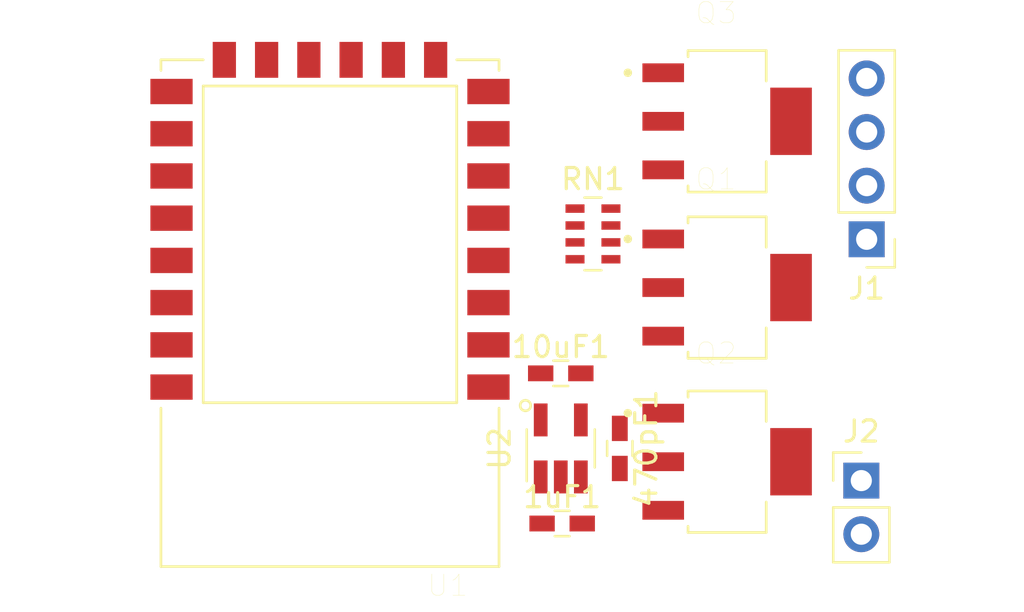
<source format=kicad_pcb>
(kicad_pcb (version 20171130) (host pcbnew "(5.1.7)-1")

  (general
    (thickness 1.6)
    (drawings 0)
    (tracks 0)
    (zones 0)
    (modules 11)
    (nets 36)
  )

  (page A4)
  (layers
    (0 F.Cu signal)
    (31 B.Cu signal)
    (32 B.Adhes user)
    (33 F.Adhes user)
    (34 B.Paste user)
    (35 F.Paste user)
    (36 B.SilkS user)
    (37 F.SilkS user)
    (38 B.Mask user)
    (39 F.Mask user)
    (40 Dwgs.User user)
    (41 Cmts.User user)
    (42 Eco1.User user)
    (43 Eco2.User user)
    (44 Edge.Cuts user)
    (45 Margin user)
    (46 B.CrtYd user)
    (47 F.CrtYd user)
    (48 B.Fab user)
    (49 F.Fab user)
  )

  (setup
    (last_trace_width 0.25)
    (trace_clearance 0.2)
    (zone_clearance 0.508)
    (zone_45_only no)
    (trace_min 0.2)
    (via_size 0.8)
    (via_drill 0.4)
    (via_min_size 0.4)
    (via_min_drill 0.3)
    (uvia_size 0.3)
    (uvia_drill 0.1)
    (uvias_allowed no)
    (uvia_min_size 0.2)
    (uvia_min_drill 0.1)
    (edge_width 0.05)
    (segment_width 0.2)
    (pcb_text_width 0.3)
    (pcb_text_size 1.5 1.5)
    (mod_edge_width 0.12)
    (mod_text_size 1 1)
    (mod_text_width 0.15)
    (pad_size 1.524 1.524)
    (pad_drill 0.762)
    (pad_to_mask_clearance 0)
    (aux_axis_origin 0 0)
    (visible_elements 7FFFFFFF)
    (pcbplotparams
      (layerselection 0x010fc_ffffffff)
      (usegerberextensions false)
      (usegerberattributes true)
      (usegerberadvancedattributes true)
      (creategerberjobfile true)
      (excludeedgelayer true)
      (linewidth 0.100000)
      (plotframeref false)
      (viasonmask false)
      (mode 1)
      (useauxorigin false)
      (hpglpennumber 1)
      (hpglpenspeed 20)
      (hpglpendiameter 15.000000)
      (psnegative false)
      (psa4output false)
      (plotreference true)
      (plotvalue true)
      (plotinvisibletext false)
      (padsonsilk false)
      (subtractmaskfromsilk false)
      (outputformat 1)
      (mirror false)
      (drillshape 1)
      (scaleselection 1)
      (outputdirectory ""))
  )

  (net 0 "")
  (net 1 "Net-(U1-Pad14)")
  (net 2 "Net-(U1-Pad13)")
  (net 3 "Net-(U1-Pad12)")
  (net 4 "Net-(U1-Pad11)")
  (net 5 "Net-(U1-Pad10)")
  (net 6 "Net-(U1-Pad9)")
  (net 7 "Net-(U1-Pad22)")
  (net 8 "Net-(U1-Pad21)")
  (net 9 "Net-(U1-Pad20)")
  (net 10 "Net-(U1-Pad19)")
  (net 11 "Net-(U1-Pad18)")
  (net 12 "Net-(U1-Pad17)")
  (net 13 "Net-(U1-Pad16)")
  (net 14 GND)
  (net 15 "Net-(U1-Pad7)")
  (net 16 "Net-(U1-Pad6)")
  (net 17 "Net-(U1-Pad5)")
  (net 18 "Net-(U1-Pad4)")
  (net 19 "Net-(U1-Pad3)")
  (net 20 "Net-(U1-Pad2)")
  (net 21 "Net-(U1-Pad1)")
  (net 22 +3V3)
  (net 23 +9V)
  (net 24 "Net-(470pF1-Pad1)")
  (net 25 B_LED)
  (net 26 G_LED)
  (net 27 R_LED)
  (net 28 "Net-(RN1-Pad2)")
  (net 29 "Net-(RN1-Pad3)")
  (net 30 "Net-(RN1-Pad1)")
  (net 31 "Net-(Q1-Pad4)")
  (net 32 "Net-(Q1-Pad1)")
  (net 33 "Net-(Q2-Pad1)")
  (net 34 "Net-(Q3-Pad4)")
  (net 35 "Net-(Q3-Pad1)")

  (net_class Default "This is the default net class."
    (clearance 0.2)
    (trace_width 0.25)
    (via_dia 0.8)
    (via_drill 0.4)
    (uvia_dia 0.3)
    (uvia_drill 0.1)
    (add_net +3V3)
    (add_net +9V)
    (add_net B_LED)
    (add_net GND)
    (add_net G_LED)
    (add_net "Net-(470pF1-Pad1)")
    (add_net "Net-(Q1-Pad1)")
    (add_net "Net-(Q1-Pad4)")
    (add_net "Net-(Q2-Pad1)")
    (add_net "Net-(Q3-Pad1)")
    (add_net "Net-(Q3-Pad4)")
    (add_net "Net-(RN1-Pad1)")
    (add_net "Net-(RN1-Pad2)")
    (add_net "Net-(RN1-Pad3)")
    (add_net "Net-(U1-Pad1)")
    (add_net "Net-(U1-Pad10)")
    (add_net "Net-(U1-Pad11)")
    (add_net "Net-(U1-Pad12)")
    (add_net "Net-(U1-Pad13)")
    (add_net "Net-(U1-Pad14)")
    (add_net "Net-(U1-Pad16)")
    (add_net "Net-(U1-Pad17)")
    (add_net "Net-(U1-Pad18)")
    (add_net "Net-(U1-Pad19)")
    (add_net "Net-(U1-Pad2)")
    (add_net "Net-(U1-Pad20)")
    (add_net "Net-(U1-Pad21)")
    (add_net "Net-(U1-Pad22)")
    (add_net "Net-(U1-Pad3)")
    (add_net "Net-(U1-Pad4)")
    (add_net "Net-(U1-Pad5)")
    (add_net "Net-(U1-Pad6)")
    (add_net "Net-(U1-Pad7)")
    (add_net "Net-(U1-Pad9)")
    (add_net R_LED)
  )

  (module Pin_Headers:Pin_Header_Straight_1x04_Pitch2.54mm (layer F.Cu) (tedit 59650532) (tstamp 5FCEB9CC)
    (at 171.958 109.728 180)
    (descr "Through hole straight pin header, 1x04, 2.54mm pitch, single row")
    (tags "Through hole pin header THT 1x04 2.54mm single row")
    (path /5FCFDF38)
    (fp_text reference J1 (at 0 -2.33) (layer F.SilkS)
      (effects (font (size 1 1) (thickness 0.15)))
    )
    (fp_text value Conn_01x04_Male (at 0 9.95) (layer F.Fab)
      (effects (font (size 1 1) (thickness 0.15)))
    )
    (fp_line (start 1.8 -1.8) (end -1.8 -1.8) (layer F.CrtYd) (width 0.05))
    (fp_line (start 1.8 9.4) (end 1.8 -1.8) (layer F.CrtYd) (width 0.05))
    (fp_line (start -1.8 9.4) (end 1.8 9.4) (layer F.CrtYd) (width 0.05))
    (fp_line (start -1.8 -1.8) (end -1.8 9.4) (layer F.CrtYd) (width 0.05))
    (fp_line (start -1.33 -1.33) (end 0 -1.33) (layer F.SilkS) (width 0.12))
    (fp_line (start -1.33 0) (end -1.33 -1.33) (layer F.SilkS) (width 0.12))
    (fp_line (start -1.33 1.27) (end 1.33 1.27) (layer F.SilkS) (width 0.12))
    (fp_line (start 1.33 1.27) (end 1.33 8.95) (layer F.SilkS) (width 0.12))
    (fp_line (start -1.33 1.27) (end -1.33 8.95) (layer F.SilkS) (width 0.12))
    (fp_line (start -1.33 8.95) (end 1.33 8.95) (layer F.SilkS) (width 0.12))
    (fp_line (start -1.27 -0.635) (end -0.635 -1.27) (layer F.Fab) (width 0.1))
    (fp_line (start -1.27 8.89) (end -1.27 -0.635) (layer F.Fab) (width 0.1))
    (fp_line (start 1.27 8.89) (end -1.27 8.89) (layer F.Fab) (width 0.1))
    (fp_line (start 1.27 -1.27) (end 1.27 8.89) (layer F.Fab) (width 0.1))
    (fp_line (start -0.635 -1.27) (end 1.27 -1.27) (layer F.Fab) (width 0.1))
    (fp_text user %R (at 0 3.81 90) (layer F.Fab)
      (effects (font (size 1 1) (thickness 0.15)))
    )
    (pad 1 thru_hole rect (at 0 0 180) (size 1.7 1.7) (drill 1) (layers *.Cu *.Mask)
      (net 23 +9V))
    (pad 2 thru_hole oval (at 0 2.54 180) (size 1.7 1.7) (drill 1) (layers *.Cu *.Mask)
      (net 25 B_LED))
    (pad 3 thru_hole oval (at 0 5.08 180) (size 1.7 1.7) (drill 1) (layers *.Cu *.Mask)
      (net 26 G_LED))
    (pad 4 thru_hole oval (at 0 7.62 180) (size 1.7 1.7) (drill 1) (layers *.Cu *.Mask)
      (net 27 R_LED))
    (model ${KISYS3DMOD}/Pin_Headers.3dshapes/Pin_Header_Straight_1x04_Pitch2.54mm.wrl
      (at (xyz 0 0 0))
      (scale (xyz 1 1 1))
      (rotate (xyz 0 0 0))
    )
  )

  (module Pin_Headers:Pin_Header_Straight_1x02_Pitch2.54mm (layer F.Cu) (tedit 59650532) (tstamp 5FCEB363)
    (at 171.704 121.158)
    (descr "Through hole straight pin header, 1x02, 2.54mm pitch, single row")
    (tags "Through hole pin header THT 1x02 2.54mm single row")
    (path /5FD062DA)
    (fp_text reference J2 (at 0 -2.33) (layer F.SilkS)
      (effects (font (size 1 1) (thickness 0.15)))
    )
    (fp_text value Conn_01x02_Female (at 0 4.87) (layer F.Fab)
      (effects (font (size 1 1) (thickness 0.15)))
    )
    (fp_line (start 1.8 -1.8) (end -1.8 -1.8) (layer F.CrtYd) (width 0.05))
    (fp_line (start 1.8 4.35) (end 1.8 -1.8) (layer F.CrtYd) (width 0.05))
    (fp_line (start -1.8 4.35) (end 1.8 4.35) (layer F.CrtYd) (width 0.05))
    (fp_line (start -1.8 -1.8) (end -1.8 4.35) (layer F.CrtYd) (width 0.05))
    (fp_line (start -1.33 -1.33) (end 0 -1.33) (layer F.SilkS) (width 0.12))
    (fp_line (start -1.33 0) (end -1.33 -1.33) (layer F.SilkS) (width 0.12))
    (fp_line (start -1.33 1.27) (end 1.33 1.27) (layer F.SilkS) (width 0.12))
    (fp_line (start 1.33 1.27) (end 1.33 3.87) (layer F.SilkS) (width 0.12))
    (fp_line (start -1.33 1.27) (end -1.33 3.87) (layer F.SilkS) (width 0.12))
    (fp_line (start -1.33 3.87) (end 1.33 3.87) (layer F.SilkS) (width 0.12))
    (fp_line (start -1.27 -0.635) (end -0.635 -1.27) (layer F.Fab) (width 0.1))
    (fp_line (start -1.27 3.81) (end -1.27 -0.635) (layer F.Fab) (width 0.1))
    (fp_line (start 1.27 3.81) (end -1.27 3.81) (layer F.Fab) (width 0.1))
    (fp_line (start 1.27 -1.27) (end 1.27 3.81) (layer F.Fab) (width 0.1))
    (fp_line (start -0.635 -1.27) (end 1.27 -1.27) (layer F.Fab) (width 0.1))
    (fp_text user %R (at 0 1.27 90) (layer F.Fab)
      (effects (font (size 1 1) (thickness 0.15)))
    )
    (pad 1 thru_hole rect (at 0 0) (size 1.7 1.7) (drill 1) (layers *.Cu *.Mask)
      (net 23 +9V))
    (pad 2 thru_hole oval (at 0 2.54) (size 1.7 1.7) (drill 1) (layers *.Cu *.Mask)
      (net 14 GND))
    (model ${KISYS3DMOD}/Pin_Headers.3dshapes/Pin_Header_Straight_1x02_Pitch2.54mm.wrl
      (at (xyz 0 0 0))
      (scale (xyz 1 1 1))
      (rotate (xyz 0 0 0))
    )
  )

  (module "BCP54-16 footprint:SOT230P700X180-4N" (layer F.Cu) (tedit 5FCE911E) (tstamp 5FCE9894)
    (at 165.354 104.14)
    (path /5FCFC441)
    (fp_text reference Q3 (at -0.525 -5.135) (layer F.SilkS)
      (effects (font (size 1 1) (thickness 0.015)))
    )
    (fp_text value BCP56 (at 7.095 5.565) (layer F.Fab)
      (effects (font (size 1 1) (thickness 0.015)))
    )
    (fp_line (start -1.85 -3.35) (end 1.85 -3.35) (layer F.Fab) (width 0.127))
    (fp_line (start 1.85 -3.35) (end 1.85 3.35) (layer F.Fab) (width 0.127))
    (fp_line (start 1.85 3.35) (end -1.85 3.35) (layer F.Fab) (width 0.127))
    (fp_line (start -1.85 3.35) (end -1.85 -3.35) (layer F.Fab) (width 0.127))
    (fp_line (start 1.85 -1.91) (end 1.85 -3.35) (layer F.SilkS) (width 0.127))
    (fp_line (start 1.85 -3.35) (end -1.85 -3.35) (layer F.SilkS) (width 0.127))
    (fp_line (start -1.85 -3.35) (end -1.85 -3.06) (layer F.SilkS) (width 0.127))
    (fp_line (start -1.85 3.06) (end -1.85 3.35) (layer F.SilkS) (width 0.127))
    (fp_line (start -1.85 3.35) (end 1.85 3.35) (layer F.SilkS) (width 0.127))
    (fp_line (start 1.85 3.35) (end 1.85 1.91) (layer F.SilkS) (width 0.127))
    (fp_line (start 2.1 -3.6) (end 2.1 -1.85) (layer F.CrtYd) (width 0.05))
    (fp_line (start 2.1 -1.85) (end 4.26 -1.85) (layer F.CrtYd) (width 0.05))
    (fp_line (start 4.26 -1.85) (end 4.26 1.85) (layer F.CrtYd) (width 0.05))
    (fp_line (start 4.26 1.85) (end 2.1 1.85) (layer F.CrtYd) (width 0.05))
    (fp_line (start 2.1 1.85) (end 2.1 3.6) (layer F.CrtYd) (width 0.05))
    (fp_line (start -2.1 -3) (end -4.26 -3) (layer F.CrtYd) (width 0.05))
    (fp_line (start -4.26 -3) (end -4.26 3) (layer F.CrtYd) (width 0.05))
    (fp_line (start -4.26 3) (end -2.1 3) (layer F.CrtYd) (width 0.05))
    (fp_line (start -2.1 3) (end -2.1 3.6) (layer F.CrtYd) (width 0.05))
    (fp_line (start -2.1 3.6) (end 2.1 3.6) (layer F.CrtYd) (width 0.05))
    (fp_line (start -2.1 -3) (end -2.1 -3.6) (layer F.CrtYd) (width 0.05))
    (fp_line (start -2.1 -3.6) (end 2.1 -3.6) (layer F.CrtYd) (width 0.05))
    (fp_circle (center -4.7 -2.3) (end -4.6 -2.3) (layer F.Fab) (width 0.2))
    (fp_circle (center -4.7 -2.3) (end -4.6 -2.3) (layer F.SilkS) (width 0.2))
    (pad 4 smd rect (at 3.025 0) (size 1.97 3.19) (layers F.Cu F.Paste F.Mask)
      (net 34 "Net-(Q3-Pad4)"))
    (pad 3 smd rect (at -3.025 2.3) (size 1.97 0.89) (layers F.Cu F.Paste F.Mask)
      (net 14 GND))
    (pad 2 smd rect (at -3.025 0) (size 1.97 0.89) (layers F.Cu F.Paste F.Mask)
      (net 25 B_LED))
    (pad 1 smd rect (at -3.025 -2.3) (size 1.97 0.89) (layers F.Cu F.Paste F.Mask)
      (net 35 "Net-(Q3-Pad1)"))
  )

  (module "BCP54-16 footprint:SOT230P700X180-4N" (layer F.Cu) (tedit 5FCE911E) (tstamp 5FCE9874)
    (at 165.354 120.264)
    (path /5FCFB05A)
    (fp_text reference Q2 (at -0.525 -5.135) (layer F.SilkS)
      (effects (font (size 1 1) (thickness 0.015)))
    )
    (fp_text value BCP56 (at 7.095 5.565) (layer F.Fab)
      (effects (font (size 1 1) (thickness 0.015)))
    )
    (fp_line (start -1.85 -3.35) (end 1.85 -3.35) (layer F.Fab) (width 0.127))
    (fp_line (start 1.85 -3.35) (end 1.85 3.35) (layer F.Fab) (width 0.127))
    (fp_line (start 1.85 3.35) (end -1.85 3.35) (layer F.Fab) (width 0.127))
    (fp_line (start -1.85 3.35) (end -1.85 -3.35) (layer F.Fab) (width 0.127))
    (fp_line (start 1.85 -1.91) (end 1.85 -3.35) (layer F.SilkS) (width 0.127))
    (fp_line (start 1.85 -3.35) (end -1.85 -3.35) (layer F.SilkS) (width 0.127))
    (fp_line (start -1.85 -3.35) (end -1.85 -3.06) (layer F.SilkS) (width 0.127))
    (fp_line (start -1.85 3.06) (end -1.85 3.35) (layer F.SilkS) (width 0.127))
    (fp_line (start -1.85 3.35) (end 1.85 3.35) (layer F.SilkS) (width 0.127))
    (fp_line (start 1.85 3.35) (end 1.85 1.91) (layer F.SilkS) (width 0.127))
    (fp_line (start 2.1 -3.6) (end 2.1 -1.85) (layer F.CrtYd) (width 0.05))
    (fp_line (start 2.1 -1.85) (end 4.26 -1.85) (layer F.CrtYd) (width 0.05))
    (fp_line (start 4.26 -1.85) (end 4.26 1.85) (layer F.CrtYd) (width 0.05))
    (fp_line (start 4.26 1.85) (end 2.1 1.85) (layer F.CrtYd) (width 0.05))
    (fp_line (start 2.1 1.85) (end 2.1 3.6) (layer F.CrtYd) (width 0.05))
    (fp_line (start -2.1 -3) (end -4.26 -3) (layer F.CrtYd) (width 0.05))
    (fp_line (start -4.26 -3) (end -4.26 3) (layer F.CrtYd) (width 0.05))
    (fp_line (start -4.26 3) (end -2.1 3) (layer F.CrtYd) (width 0.05))
    (fp_line (start -2.1 3) (end -2.1 3.6) (layer F.CrtYd) (width 0.05))
    (fp_line (start -2.1 3.6) (end 2.1 3.6) (layer F.CrtYd) (width 0.05))
    (fp_line (start -2.1 -3) (end -2.1 -3.6) (layer F.CrtYd) (width 0.05))
    (fp_line (start -2.1 -3.6) (end 2.1 -3.6) (layer F.CrtYd) (width 0.05))
    (fp_circle (center -4.7 -2.3) (end -4.6 -2.3) (layer F.Fab) (width 0.2))
    (fp_circle (center -4.7 -2.3) (end -4.6 -2.3) (layer F.SilkS) (width 0.2))
    (pad 4 smd rect (at 3.025 0) (size 1.97 3.19) (layers F.Cu F.Paste F.Mask)
      (net 26 G_LED))
    (pad 3 smd rect (at -3.025 2.3) (size 1.97 0.89) (layers F.Cu F.Paste F.Mask)
      (net 14 GND))
    (pad 2 smd rect (at -3.025 0) (size 1.97 0.89) (layers F.Cu F.Paste F.Mask)
      (net 26 G_LED))
    (pad 1 smd rect (at -3.025 -2.3) (size 1.97 0.89) (layers F.Cu F.Paste F.Mask)
      (net 33 "Net-(Q2-Pad1)"))
  )

  (module "BCP54-16 footprint:SOT230P700X180-4N" (layer F.Cu) (tedit 5FCE911E) (tstamp 5FCE9854)
    (at 165.354 112.014)
    (path /5FCF9E84)
    (fp_text reference Q1 (at -0.525 -5.135) (layer F.SilkS)
      (effects (font (size 1 1) (thickness 0.015)))
    )
    (fp_text value BCP56 (at 7.095 5.565) (layer F.Fab)
      (effects (font (size 1 1) (thickness 0.015)))
    )
    (fp_line (start -1.85 -3.35) (end 1.85 -3.35) (layer F.Fab) (width 0.127))
    (fp_line (start 1.85 -3.35) (end 1.85 3.35) (layer F.Fab) (width 0.127))
    (fp_line (start 1.85 3.35) (end -1.85 3.35) (layer F.Fab) (width 0.127))
    (fp_line (start -1.85 3.35) (end -1.85 -3.35) (layer F.Fab) (width 0.127))
    (fp_line (start 1.85 -1.91) (end 1.85 -3.35) (layer F.SilkS) (width 0.127))
    (fp_line (start 1.85 -3.35) (end -1.85 -3.35) (layer F.SilkS) (width 0.127))
    (fp_line (start -1.85 -3.35) (end -1.85 -3.06) (layer F.SilkS) (width 0.127))
    (fp_line (start -1.85 3.06) (end -1.85 3.35) (layer F.SilkS) (width 0.127))
    (fp_line (start -1.85 3.35) (end 1.85 3.35) (layer F.SilkS) (width 0.127))
    (fp_line (start 1.85 3.35) (end 1.85 1.91) (layer F.SilkS) (width 0.127))
    (fp_line (start 2.1 -3.6) (end 2.1 -1.85) (layer F.CrtYd) (width 0.05))
    (fp_line (start 2.1 -1.85) (end 4.26 -1.85) (layer F.CrtYd) (width 0.05))
    (fp_line (start 4.26 -1.85) (end 4.26 1.85) (layer F.CrtYd) (width 0.05))
    (fp_line (start 4.26 1.85) (end 2.1 1.85) (layer F.CrtYd) (width 0.05))
    (fp_line (start 2.1 1.85) (end 2.1 3.6) (layer F.CrtYd) (width 0.05))
    (fp_line (start -2.1 -3) (end -4.26 -3) (layer F.CrtYd) (width 0.05))
    (fp_line (start -4.26 -3) (end -4.26 3) (layer F.CrtYd) (width 0.05))
    (fp_line (start -4.26 3) (end -2.1 3) (layer F.CrtYd) (width 0.05))
    (fp_line (start -2.1 3) (end -2.1 3.6) (layer F.CrtYd) (width 0.05))
    (fp_line (start -2.1 3.6) (end 2.1 3.6) (layer F.CrtYd) (width 0.05))
    (fp_line (start -2.1 -3) (end -2.1 -3.6) (layer F.CrtYd) (width 0.05))
    (fp_line (start -2.1 -3.6) (end 2.1 -3.6) (layer F.CrtYd) (width 0.05))
    (fp_circle (center -4.7 -2.3) (end -4.6 -2.3) (layer F.Fab) (width 0.2))
    (fp_circle (center -4.7 -2.3) (end -4.6 -2.3) (layer F.SilkS) (width 0.2))
    (pad 4 smd rect (at 3.025 0) (size 1.97 3.19) (layers F.Cu F.Paste F.Mask)
      (net 31 "Net-(Q1-Pad4)"))
    (pad 3 smd rect (at -3.025 2.3) (size 1.97 0.89) (layers F.Cu F.Paste F.Mask)
      (net 14 GND))
    (pad 2 smd rect (at -3.025 0) (size 1.97 0.89) (layers F.Cu F.Paste F.Mask)
      (net 27 R_LED))
    (pad 1 smd rect (at -3.025 -2.3) (size 1.97 0.89) (layers F.Cu F.Paste F.Mask)
      (net 32 "Net-(Q1-Pad1)"))
  )

  (module TO_SOT_Packages_SMD:SOT-23-5_HandSoldering (layer F.Cu) (tedit 58CE4E7E) (tstamp 5FCEA39E)
    (at 157.48 119.634 90)
    (descr "5-pin SOT23 package")
    (tags "SOT-23-5 hand-soldering")
    (path /5FCD5858)
    (attr smd)
    (fp_text reference U2 (at 0 -2.9 90) (layer F.SilkS)
      (effects (font (size 1 1) (thickness 0.15)))
    )
    (fp_text value SPX3819M5-L-3-3 (at 0 2.9 90) (layer F.Fab)
      (effects (font (size 1 1) (thickness 0.15)))
    )
    (fp_line (start 2.38 1.8) (end -2.38 1.8) (layer F.CrtYd) (width 0.05))
    (fp_line (start 2.38 1.8) (end 2.38 -1.8) (layer F.CrtYd) (width 0.05))
    (fp_line (start -2.38 -1.8) (end -2.38 1.8) (layer F.CrtYd) (width 0.05))
    (fp_line (start -2.38 -1.8) (end 2.38 -1.8) (layer F.CrtYd) (width 0.05))
    (fp_line (start 0.9 -1.55) (end 0.9 1.55) (layer F.Fab) (width 0.1))
    (fp_line (start 0.9 1.55) (end -0.9 1.55) (layer F.Fab) (width 0.1))
    (fp_line (start -0.9 -0.9) (end -0.9 1.55) (layer F.Fab) (width 0.1))
    (fp_line (start 0.9 -1.55) (end -0.25 -1.55) (layer F.Fab) (width 0.1))
    (fp_line (start -0.9 -0.9) (end -0.25 -1.55) (layer F.Fab) (width 0.1))
    (fp_line (start 0.9 -1.61) (end -1.55 -1.61) (layer F.SilkS) (width 0.12))
    (fp_line (start -0.9 1.61) (end 0.9 1.61) (layer F.SilkS) (width 0.12))
    (fp_text user %R (at 0 0) (layer F.Fab)
      (effects (font (size 0.5 0.5) (thickness 0.075)))
    )
    (pad 1 smd rect (at -1.35 -0.95 90) (size 1.56 0.65) (layers F.Cu F.Paste F.Mask)
      (net 23 +9V))
    (pad 2 smd rect (at -1.35 0 90) (size 1.56 0.65) (layers F.Cu F.Paste F.Mask)
      (net 14 GND))
    (pad 3 smd rect (at -1.35 0.95 90) (size 1.56 0.65) (layers F.Cu F.Paste F.Mask)
      (net 23 +9V))
    (pad 4 smd rect (at 1.35 0.95 90) (size 1.56 0.65) (layers F.Cu F.Paste F.Mask)
      (net 24 "Net-(470pF1-Pad1)"))
    (pad 5 smd rect (at 1.35 -0.95 90) (size 1.56 0.65) (layers F.Cu F.Paste F.Mask)
      (net 22 +3V3))
    (model ${KISYS3DMOD}/TO_SOT_Packages_SMD.3dshapes\SOT-23-5.wrl
      (at (xyz 0 0 0))
      (scale (xyz 1 1 1))
      (rotate (xyz 0 0 0))
    )
  )

  (module Resistors_SMD:R_Array_Concave_4x0603 (layer F.Cu) (tedit 58E0A85E) (tstamp 5FCEA1AB)
    (at 159.004 109.474)
    (descr "Thick Film Chip Resistor Array, Wave soldering, Vishay CRA06P (see cra06p.pdf)")
    (tags "resistor array")
    (path /5FCE9E86)
    (attr smd)
    (fp_text reference RN1 (at 0 -2.6) (layer F.SilkS)
      (effects (font (size 1 1) (thickness 0.15)))
    )
    (fp_text value 1500 (at 0 2.6) (layer F.Fab)
      (effects (font (size 1 1) (thickness 0.15)))
    )
    (fp_line (start 1.55 1.87) (end -1.55 1.87) (layer F.CrtYd) (width 0.05))
    (fp_line (start 1.55 1.87) (end 1.55 -1.88) (layer F.CrtYd) (width 0.05))
    (fp_line (start -1.55 -1.88) (end -1.55 1.87) (layer F.CrtYd) (width 0.05))
    (fp_line (start -1.55 -1.88) (end 1.55 -1.88) (layer F.CrtYd) (width 0.05))
    (fp_line (start 0.4 -1.72) (end -0.4 -1.72) (layer F.SilkS) (width 0.12))
    (fp_line (start 0.4 1.72) (end -0.4 1.72) (layer F.SilkS) (width 0.12))
    (fp_line (start -0.8 1.6) (end -0.8 -1.6) (layer F.Fab) (width 0.1))
    (fp_line (start 0.8 1.6) (end -0.8 1.6) (layer F.Fab) (width 0.1))
    (fp_line (start 0.8 -1.6) (end 0.8 1.6) (layer F.Fab) (width 0.1))
    (fp_line (start -0.8 -1.6) (end 0.8 -1.6) (layer F.Fab) (width 0.1))
    (fp_text user %R (at 0 0 90) (layer F.Fab)
      (effects (font (size 0.5 0.5) (thickness 0.075)))
    )
    (pad 2 smd rect (at -0.85 -0.4) (size 0.9 0.4) (layers F.Cu F.Paste F.Mask)
      (net 28 "Net-(RN1-Pad2)"))
    (pad 3 smd rect (at -0.85 0.4) (size 0.9 0.4) (layers F.Cu F.Paste F.Mask)
      (net 29 "Net-(RN1-Pad3)"))
    (pad 1 smd rect (at -0.85 -1.2) (size 0.9 0.4) (layers F.Cu F.Paste F.Mask)
      (net 30 "Net-(RN1-Pad1)"))
    (pad 4 smd rect (at -0.85 1.2) (size 0.9 0.4) (layers F.Cu F.Paste F.Mask)
      (net 35 "Net-(Q3-Pad1)"))
    (pad 8 smd rect (at 0.85 -1.2) (size 0.9 0.4) (layers F.Cu F.Paste F.Mask))
    (pad 7 smd rect (at 0.85 -0.4) (size 0.9 0.4) (layers F.Cu F.Paste F.Mask))
    (pad 6 smd rect (at 0.85 0.4) (size 0.9 0.4) (layers F.Cu F.Paste F.Mask)
      (net 32 "Net-(Q1-Pad1)"))
    (pad 5 smd rect (at 0.85 1.2) (size 0.9 0.4) (layers F.Cu F.Paste F.Mask)
      (net 33 "Net-(Q2-Pad1)"))
    (model ${KISYS3DMOD}/Resistors_SMD.3dshapes/R_Array_Concave_4x0603.wrl
      (at (xyz 0 0 0))
      (scale (xyz 1 1 1))
      (rotate (xyz 0 0 0))
    )
  )

  (module Capacitors_SMD:C_0603_HandSoldering (layer F.Cu) (tedit 58AA848B) (tstamp 5FCEA436)
    (at 160.274 119.634 270)
    (descr "Capacitor SMD 0603, hand soldering")
    (tags "capacitor 0603")
    (path /5FCEB39C)
    (attr smd)
    (fp_text reference 470pF1 (at 0 -1.25 90) (layer F.SilkS)
      (effects (font (size 1 1) (thickness 0.15)))
    )
    (fp_text value CP (at 0 1.5 90) (layer F.Fab)
      (effects (font (size 1 1) (thickness 0.15)))
    )
    (fp_line (start 1.8 0.65) (end -1.8 0.65) (layer F.CrtYd) (width 0.05))
    (fp_line (start 1.8 0.65) (end 1.8 -0.65) (layer F.CrtYd) (width 0.05))
    (fp_line (start -1.8 -0.65) (end -1.8 0.65) (layer F.CrtYd) (width 0.05))
    (fp_line (start -1.8 -0.65) (end 1.8 -0.65) (layer F.CrtYd) (width 0.05))
    (fp_line (start 0.35 0.6) (end -0.35 0.6) (layer F.SilkS) (width 0.12))
    (fp_line (start -0.35 -0.6) (end 0.35 -0.6) (layer F.SilkS) (width 0.12))
    (fp_line (start -0.8 -0.4) (end 0.8 -0.4) (layer F.Fab) (width 0.1))
    (fp_line (start 0.8 -0.4) (end 0.8 0.4) (layer F.Fab) (width 0.1))
    (fp_line (start 0.8 0.4) (end -0.8 0.4) (layer F.Fab) (width 0.1))
    (fp_line (start -0.8 0.4) (end -0.8 -0.4) (layer F.Fab) (width 0.1))
    (fp_text user %R (at 0 -1.25 90) (layer F.Fab)
      (effects (font (size 1 1) (thickness 0.15)))
    )
    (pad 1 smd rect (at -0.95 0 270) (size 1.2 0.75) (layers F.Cu F.Paste F.Mask)
      (net 24 "Net-(470pF1-Pad1)"))
    (pad 2 smd rect (at 0.95 0 270) (size 1.2 0.75) (layers F.Cu F.Paste F.Mask)
      (net 14 GND))
    (model Capacitors_SMD.3dshapes/C_0603.wrl
      (at (xyz 0 0 0))
      (scale (xyz 1 1 1))
      (rotate (xyz 0 0 0))
    )
  )

  (module Capacitors_SMD:C_0603_HandSoldering (layer F.Cu) (tedit 58AA848B) (tstamp 5FCEA406)
    (at 157.546 123.19)
    (descr "Capacitor SMD 0603, hand soldering")
    (tags "capacitor 0603")
    (path /5FCE7FF2)
    (attr smd)
    (fp_text reference 1uF1 (at 0 -1.25) (layer F.SilkS)
      (effects (font (size 1 1) (thickness 0.15)))
    )
    (fp_text value CP (at 0 1.5) (layer F.Fab)
      (effects (font (size 1 1) (thickness 0.15)))
    )
    (fp_line (start 1.8 0.65) (end -1.8 0.65) (layer F.CrtYd) (width 0.05))
    (fp_line (start 1.8 0.65) (end 1.8 -0.65) (layer F.CrtYd) (width 0.05))
    (fp_line (start -1.8 -0.65) (end -1.8 0.65) (layer F.CrtYd) (width 0.05))
    (fp_line (start -1.8 -0.65) (end 1.8 -0.65) (layer F.CrtYd) (width 0.05))
    (fp_line (start 0.35 0.6) (end -0.35 0.6) (layer F.SilkS) (width 0.12))
    (fp_line (start -0.35 -0.6) (end 0.35 -0.6) (layer F.SilkS) (width 0.12))
    (fp_line (start -0.8 -0.4) (end 0.8 -0.4) (layer F.Fab) (width 0.1))
    (fp_line (start 0.8 -0.4) (end 0.8 0.4) (layer F.Fab) (width 0.1))
    (fp_line (start 0.8 0.4) (end -0.8 0.4) (layer F.Fab) (width 0.1))
    (fp_line (start -0.8 0.4) (end -0.8 -0.4) (layer F.Fab) (width 0.1))
    (fp_text user %R (at 0 -1.25) (layer F.Fab)
      (effects (font (size 1 1) (thickness 0.15)))
    )
    (pad 1 smd rect (at -0.95 0) (size 1.2 0.75) (layers F.Cu F.Paste F.Mask)
      (net 23 +9V))
    (pad 2 smd rect (at 0.95 0) (size 1.2 0.75) (layers F.Cu F.Paste F.Mask)
      (net 14 GND))
    (model Capacitors_SMD.3dshapes/C_0603.wrl
      (at (xyz 0 0 0))
      (scale (xyz 1 1 1))
      (rotate (xyz 0 0 0))
    )
  )

  (module Capacitors_SMD:C_0603_HandSoldering (layer F.Cu) (tedit 58AA848B) (tstamp 5FCEA3D6)
    (at 157.48 116.078)
    (descr "Capacitor SMD 0603, hand soldering")
    (tags "capacitor 0603")
    (path /5FCEA301)
    (attr smd)
    (fp_text reference 10uF1 (at 0 -1.25) (layer F.SilkS)
      (effects (font (size 1 1) (thickness 0.15)))
    )
    (fp_text value CP (at 0 1.5) (layer F.Fab)
      (effects (font (size 1 1) (thickness 0.15)))
    )
    (fp_line (start 1.8 0.65) (end -1.8 0.65) (layer F.CrtYd) (width 0.05))
    (fp_line (start 1.8 0.65) (end 1.8 -0.65) (layer F.CrtYd) (width 0.05))
    (fp_line (start -1.8 -0.65) (end -1.8 0.65) (layer F.CrtYd) (width 0.05))
    (fp_line (start -1.8 -0.65) (end 1.8 -0.65) (layer F.CrtYd) (width 0.05))
    (fp_line (start 0.35 0.6) (end -0.35 0.6) (layer F.SilkS) (width 0.12))
    (fp_line (start -0.35 -0.6) (end 0.35 -0.6) (layer F.SilkS) (width 0.12))
    (fp_line (start -0.8 -0.4) (end 0.8 -0.4) (layer F.Fab) (width 0.1))
    (fp_line (start 0.8 -0.4) (end 0.8 0.4) (layer F.Fab) (width 0.1))
    (fp_line (start 0.8 0.4) (end -0.8 0.4) (layer F.Fab) (width 0.1))
    (fp_line (start -0.8 0.4) (end -0.8 -0.4) (layer F.Fab) (width 0.1))
    (fp_text user %R (at 0 -1.25) (layer F.Fab)
      (effects (font (size 1 1) (thickness 0.15)))
    )
    (pad 1 smd rect (at -0.95 0) (size 1.2 0.75) (layers F.Cu F.Paste F.Mask)
      (net 22 +3V3))
    (pad 2 smd rect (at 0.95 0) (size 1.2 0.75) (layers F.Cu F.Paste F.Mask)
      (net 14 GND))
    (model Capacitors_SMD.3dshapes/C_0603.wrl
      (at (xyz 0 0 0))
      (scale (xyz 1 1 1))
      (rotate (xyz 0 0 0))
    )
  )

  (module XCVR_ESP8266-12E:ESP-12E (layer F.Cu) (tedit 5FCC2098) (tstamp 5FCD2CC2)
    (at 146.558 109.728 180)
    (path /5FCD279E)
    (fp_text reference U1 (at -5.57929 -16.39759) (layer F.SilkS)
      (effects (font (size 1.000772 1.000772) (thickness 0.015)))
    )
    (fp_text value ESP8266-12E_ESP-12E (at 6.49605 10.37461) (layer F.Fab)
      (effects (font (size 1.000929 1.000929) (thickness 0.015)))
    )
    (fp_line (start -8.75 -15.75) (end -8.75 9.625) (layer F.CrtYd) (width 0.05))
    (fp_line (start 8.75 -15.75) (end -8.75 -15.75) (layer F.CrtYd) (width 0.05))
    (fp_line (start 8.75 9.625) (end 8.75 -15.75) (layer F.CrtYd) (width 0.05))
    (fp_line (start -8.75 9.625) (end 8.75 9.625) (layer F.CrtYd) (width 0.05))
    (fp_circle (center -9.25 -7.875) (end -9 -7.875) (layer F.SilkS) (width 0.127))
    (fp_line (start 8 8.5) (end 6 8.5) (layer F.SilkS) (width 0.127))
    (fp_line (start 8 8) (end 8 8.5) (layer F.SilkS) (width 0.127))
    (fp_line (start -8 8.5) (end -6 8.5) (layer F.SilkS) (width 0.127))
    (fp_line (start -8 8) (end -8 8.5) (layer F.SilkS) (width 0.127))
    (fp_line (start 8 -15.5) (end 8 -8) (layer F.SilkS) (width 0.127))
    (fp_line (start -8 -15.5) (end 8 -15.5) (layer F.SilkS) (width 0.127))
    (fp_line (start -8 -8) (end -8 -15.5) (layer F.SilkS) (width 0.127))
    (fp_poly (pts (xy -8.00901 -15.5) (xy 8 -15.5) (xy 8 -8.50958) (xy -8.00901 -8.50958)) (layer Dwgs.User) (width 0.01))
    (fp_poly (pts (xy -8.00901 -15.5) (xy 8 -15.5) (xy 8 -8.50958) (xy -8.00901 -8.50958)) (layer Dwgs.User) (width 0.01))
    (fp_line (start -8 8.5) (end -8 -15.5) (layer F.Fab) (width 0.127))
    (fp_line (start 8 8.5) (end -8 8.5) (layer F.Fab) (width 0.127))
    (fp_line (start 8 -15.5) (end 8 8.5) (layer F.Fab) (width 0.127))
    (fp_line (start -8 -15.5) (end 8 -15.5) (layer F.Fab) (width 0.127))
    (fp_line (start -6 7.26) (end -6 -7.74) (layer F.SilkS) (width 0.127))
    (fp_line (start 6 7.26) (end -6 7.26) (layer F.SilkS) (width 0.127))
    (fp_line (start 6 -7.74) (end 6 7.26) (layer F.SilkS) (width 0.127))
    (fp_line (start -6 -7.74) (end 6 -7.74) (layer F.SilkS) (width 0.127))
    (pad 14 smd rect (at 5 8.5 180) (size 1.1 1.7) (layers F.Cu F.Paste F.Mask)
      (net 1 "Net-(U1-Pad14)"))
    (pad 13 smd rect (at 3 8.5 180) (size 1.1 1.7) (layers F.Cu F.Paste F.Mask)
      (net 2 "Net-(U1-Pad13)"))
    (pad 12 smd rect (at 1 8.5 180) (size 1.1 1.7) (layers F.Cu F.Paste F.Mask)
      (net 3 "Net-(U1-Pad12)"))
    (pad 11 smd rect (at -1 8.5 180) (size 1.1 1.7) (layers F.Cu F.Paste F.Mask)
      (net 4 "Net-(U1-Pad11)"))
    (pad 10 smd rect (at -3 8.5 180) (size 1.1 1.7) (layers F.Cu F.Paste F.Mask)
      (net 5 "Net-(U1-Pad10)"))
    (pad 9 smd rect (at -5 8.5 180) (size 1.1 1.7) (layers F.Cu F.Paste F.Mask)
      (net 6 "Net-(U1-Pad9)"))
    (pad 22 smd rect (at 7.5 -7 180) (size 2 1.2) (layers F.Cu F.Paste F.Mask)
      (net 7 "Net-(U1-Pad22)"))
    (pad 21 smd rect (at 7.5 -5 180) (size 2 1.2) (layers F.Cu F.Paste F.Mask)
      (net 8 "Net-(U1-Pad21)"))
    (pad 20 smd rect (at 7.5 -3 180) (size 2 1.2) (layers F.Cu F.Paste F.Mask)
      (net 9 "Net-(U1-Pad20)"))
    (pad 19 smd rect (at 7.5 -1 180) (size 2 1.2) (layers F.Cu F.Paste F.Mask)
      (net 10 "Net-(U1-Pad19)"))
    (pad 18 smd rect (at 7.5 1 180) (size 2 1.2) (layers F.Cu F.Paste F.Mask)
      (net 11 "Net-(U1-Pad18)"))
    (pad 17 smd rect (at 7.5 3 180) (size 2 1.2) (layers F.Cu F.Paste F.Mask)
      (net 12 "Net-(U1-Pad17)"))
    (pad 16 smd rect (at 7.5 5 180) (size 2 1.2) (layers F.Cu F.Paste F.Mask)
      (net 13 "Net-(U1-Pad16)"))
    (pad 15 smd rect (at 7.5 7 180) (size 2 1.2) (layers F.Cu F.Paste F.Mask)
      (net 14 GND))
    (pad 8 smd rect (at -7.5 7 180) (size 2 1.2) (layers F.Cu F.Paste F.Mask)
      (net 22 +3V3))
    (pad 7 smd rect (at -7.5 5 180) (size 2 1.2) (layers F.Cu F.Paste F.Mask)
      (net 15 "Net-(U1-Pad7)"))
    (pad 6 smd rect (at -7.5 3 180) (size 2 1.2) (layers F.Cu F.Paste F.Mask)
      (net 16 "Net-(U1-Pad6)"))
    (pad 5 smd rect (at -7.5 1 180) (size 2 1.2) (layers F.Cu F.Paste F.Mask)
      (net 17 "Net-(U1-Pad5)"))
    (pad 4 smd rect (at -7.5 -1 180) (size 2 1.2) (layers F.Cu F.Paste F.Mask)
      (net 18 "Net-(U1-Pad4)"))
    (pad 3 smd rect (at -7.5 -3 180) (size 2 1.2) (layers F.Cu F.Paste F.Mask)
      (net 19 "Net-(U1-Pad3)"))
    (pad 2 smd rect (at -7.5 -5 180) (size 2 1.2) (layers F.Cu F.Paste F.Mask)
      (net 20 "Net-(U1-Pad2)"))
    (pad 1 smd rect (at -7.5 -7 180) (size 2 1.2) (layers F.Cu F.Paste F.Mask)
      (net 21 "Net-(U1-Pad1)"))
  )

)

</source>
